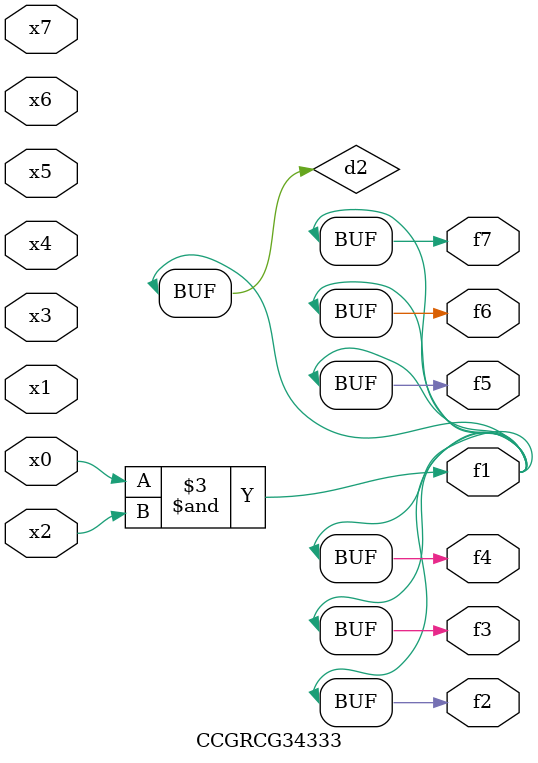
<source format=v>
module CCGRCG34333(
	input x0, x1, x2, x3, x4, x5, x6, x7,
	output f1, f2, f3, f4, f5, f6, f7
);

	wire d1, d2;

	nor (d1, x3, x6);
	and (d2, x0, x2);
	assign f1 = d2;
	assign f2 = d2;
	assign f3 = d2;
	assign f4 = d2;
	assign f5 = d2;
	assign f6 = d2;
	assign f7 = d2;
endmodule

</source>
